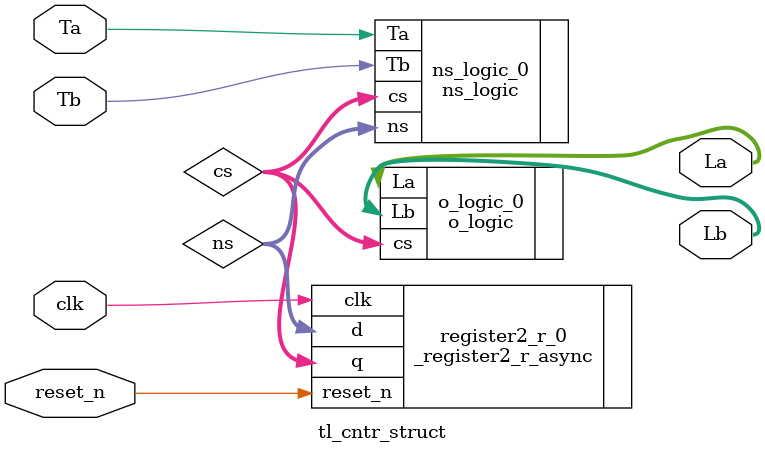
<source format=v>
module tl_cntr_struct(clk,reset_n,Ta,Tb,La,Lb);
	input clk,reset_n,Ta,Tb; //set input
	output [1:0] La,Lb; //set output

	wire [1:0] cs,ns; //set wire about current state and next state

	ns_logic ns_logic_0(.Ta(Ta),.Tb(Tb),.ns(ns),.cs(cs)); //module for next state
	o_logic o_logic_0(.La(La),.Lb(Lb),.cs(cs)); //module for output
	_register2_r_async register2_r_0(.clk(clk),.reset_n(reset_n),.d(ns),.q(cs)); //run register

endmodule

</source>
